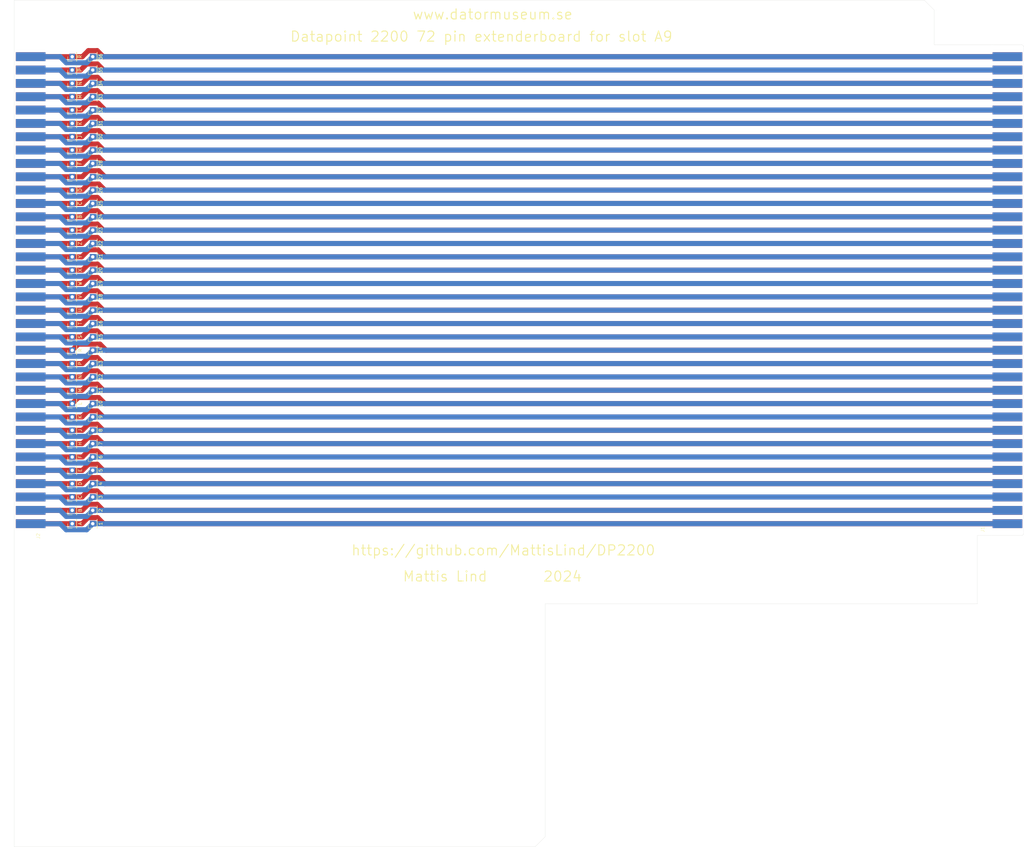
<source format=kicad_pcb>
(kicad_pcb (version 20240108) (generator "pcbnew") (generator_version "8.0")
  (layers (0 "F.Cu" signal) (31 "B.Cu" signal) (34 "B.Paste" user) (35 "F.Paste" user) (36 "B.SilkS" user "B.Silkscreen") (37 "F.SilkS" user "F.Silkscreen") (38 "B.Mask" user) (39 "F.Mask" user) (44 "Edge.Cuts" user))
  (net 0 "")
  (net 1 "/6")
  (net 2 "/U")
  (net 3 "/K")
  (net 4 "/V")
  (net 5 "/27")
  (net 6 "/22")
  (net 7 "/4")
  (net 8 "/34")
  (net 9 "/32")
  (net 10 "/X")
  (net 11 "/P")
  (net 12 "/N")
  (net 13 "/13")
  (net 14 "/F")
  (net 15 "/24")
  (net 16 "/33")
  (net 17 "/26")
  (net 18 "/35")
  (net 19 "/18")
  (net 20 "/L")
  (net 21 "/1")
  (net 22 "/Y")
  (net 23 "/S")
  (net 24 "/16")
  (net 25 "/~{C}")
  (net 26 "/9")
  (net 27 "/3")
  (net 28 "/~{B}")
  (net 29 "/17")
  (net 30 "/29")
  (net 31 "/J")
  (net 32 "/~{N}")
  (net 33 "/B")
  (net 34 "/D")
  (net 35 "/~{F}")
  (net 36 "/10")
  (net 37 "/20")
  (net 38 "/~{E}")
  (net 39 "/30")
  (net 40 "/T")
  (net 41 "/11")
  (net 42 "/~{L}")
  (net 43 "/C")
  (net 44 "/~{J}")
  (net 45 "/23")
  (net 46 "/E")
  (net 47 "/Z")
  (net 48 "/~{A}")
  (net 49 "/2")
  (net 50 "/15")
  (net 51 "/H")
  (net 52 "/12")
  (net 53 "/8")
  (net 54 "/14")
  (net 55 "/~{M}")
  (net 56 "/7")
  (net 57 "/~{H}")
  (net 58 "/~{D}")
  (net 59 "/28")
  (net 60 "/5")
  (net 61 "/M")
  (net 62 "/A")
  (net 63 "/~{R}")
  (net 64 "/~{P}")
  (net 65 "/21")
  (net 66 "/~{K}")
  (net 67 "/36")
  (net 68 "/W")
  (net 69 "/31")
  (net 70 "/R")
  (net 71 "/25")
  (net 72 "/19")
  (footprint "Connector_PinHeader_2.54mm:PinHeader_1x01_P2.54mm_Vertical" (layer "F.Cu") (at 75.82 42.9 90)
    (property "Reference" "J74" (hide yes))
    (property "Value" "36")
  )
  (footprint "Connector_PinHeader_2.54mm:PinHeader_1x01_P2.54mm_Vertical" (layer "F.Cu") (at 75.82 90.42 90)
    (property "Reference" "J54" (hide yes))
    (property "Value" "24")
  )
  (footprint "Connector_PinHeader_2.54mm:PinHeader_1x01_P2.54mm_Vertical" (layer "F.Cu") (at 69.73 42.9 90)
    (property "Reference" "J66" (hide yes))
    (property "Value" "~{R}")
  )
  (footprint "Connector_PinHeader_2.54mm:PinHeader_1x01_P2.54mm_Vertical" (layer "F.Cu") (at 69.73 169.62 90)
    (property "Reference" "J6" (hide yes))
    (property "Value" "D")
  )
  (footprint "Connector_PinHeader_2.54mm:PinHeader_1x01_P2.54mm_Vertical" (layer "F.Cu") (at 75.82 46.86 90)
    (property "Reference" "J73" (hide yes))
    (property "Value" "35")
  )
  (footprint "Connector_PinHeader_2.54mm:PinHeader_1x01_P2.54mm_Vertical" (layer "F.Cu") (at 75.82 114.18 90)
    (property "Reference" "J48" (hide yes))
    (property "Value" "18")
  )
  (footprint "Connector_PinHeader_2.54mm:PinHeader_1x01_P2.54mm_Vertical" (layer "F.Cu") (at 75.82 157.74 90)
    (property "Reference" "J37" (hide yes))
    (property "Value" "7")
  )
  (footprint "CompLibFootprints:Datapoint_2200_72pin_male" (layer "F.Cu") (at 339.56 185.22 90)
    (property "Reference" "J1")
    (property "Value" "~")
    (fp_line (start 145.82 12.13) (end 145.82 3.33) (stroke (width 0.05)) (layer "Edge.Cuts"))
    (fp_line (start 145.82 12.13) (end 145.32 12.63) (stroke (width 0.05)) (layer "Edge.Cuts"))
    (fp_line (start 0.22 12.13) (end 0.22 3.33) (stroke (width 0.05)) (layer "Edge.Cuts"))
    (fp_line (start 145.32 12.63) (end 113.44 12.63) (stroke (width 0.05)) (layer "Edge.Cuts"))
    (fp_line (start 113.44 12.63) (end 111.94 12.63) (stroke (width 0.05)) (layer "Edge.Cuts"))
    (fp_line (start 57.19 12.63) (end 111.94 12.63) (stroke (width 0.05)) (layer "Edge.Cuts"))
    (fp_line (start 57.19 12.63) (end 57.17 12.63) (stroke (width 0.05)) (layer "Edge.Cuts"))
    (fp_line (start 57.17 12.63) (end 2.42 12.63) (stroke (width 0.05)) (layer "Edge.Cuts"))
    (fp_line (start 2.42 12.63) (end 0.72 12.63) (stroke (width 0.05)) (layer "Edge.Cuts"))
    (fp_line (start 0.72 12.63) (end 0.22 12.13) (stroke (width 0.05)) (layer "Edge.Cuts"))
  )
  (footprint "Connector_PinHeader_2.54mm:PinHeader_1x01_P2.54mm_Vertical" (layer "F.Cu") (at 69.73 181.5 90)
    (property "Reference" "J3" (hide yes))
    (property "Value" "A")
  )
  (footprint "CompLibFootprints:Datapoint_2200_72pin_female" (layer "F.Cu") (at 48.54 185.04 90)
    (property "Reference" "J2")
    (property "Value" "~")
  )
  (footprint "Connector_PinHeader_2.54mm:PinHeader_1x01_P2.54mm_Vertical" (layer "F.Cu") (at 69.73 62.7 90)
    (property "Reference" "J60" (hide yes))
    (property "Value" "~{K}")
  )
  (footprint "Connector_PinHeader_2.54mm:PinHeader_1x01_P2.54mm_Vertical" (layer "F.Cu") (at 69.73 82.5 90)
    (property "Reference" "J28" (hide yes))
    (property "Value" "~{D}")
  )
  (footprint "Connector_PinHeader_2.54mm:PinHeader_1x01_P2.54mm_Vertical" (layer "F.Cu") (at 69.73 58.74 90)
    (property "Reference" "J61" (hide yes))
    (property "Value" "~{L}")
  )
  (footprint "Connector_PinHeader_2.54mm:PinHeader_1x01_P2.54mm_Vertical" (layer "F.Cu") (at 75.82 102.3 90)
    (property "Reference" "J51" (hide yes))
    (property "Value" "21")
  )
  (footprint "Connector_PinHeader_2.54mm:PinHeader_1x01_P2.54mm_Vertical" (layer "F.Cu") (at 69.73 86.46 90)
    (property "Reference" "J27" (hide yes))
    (property "Value" "~{C}")
  )
  (footprint "Connector_PinHeader_2.54mm:PinHeader_1x01_P2.54mm_Vertical" (layer "F.Cu") (at 75.82 165.66 90)
    (property "Reference" "J35" (hide yes))
    (property "Value" "5")
  )
  (footprint "Connector_PinHeader_2.54mm:PinHeader_1x01_P2.54mm_Vertical" (layer "F.Cu") (at 69.73 126.06 90)
    (property "Reference" "J17" (hide yes))
    (property "Value" "S")
  )
  (footprint "Connector_PinHeader_2.54mm:PinHeader_1x01_P2.54mm_Vertical" (layer "F.Cu") (at 69.73 66.66 90)
    (property "Reference" "J59" (hide yes))
    (property "Value" "~{J}")
  )
  (footprint "Connector_PinHeader_2.54mm:PinHeader_1x01_P2.54mm_Vertical" (layer "F.Cu") (at 75.82 86.46 90)
    (property "Reference" "J55" (hide yes))
    (property "Value" "25")
  )
  (footprint "Connector_PinHeader_2.54mm:PinHeader_1x01_P2.54mm_Vertical" (layer "F.Cu") (at 69.73 102.3 90)
    (property "Reference" "J23" (hide yes))
    (property "Value" "Y")
  )
  (footprint "Connector_PinHeader_2.54mm:PinHeader_1x01_P2.54mm_Vertical" (layer "F.Cu") (at 69.73 106.26 90)
    (property "Reference" "J22" (hide yes))
    (property "Value" "X")
  )
  (footprint "Connector_PinHeader_2.54mm:PinHeader_1x01_P2.54mm_Vertical" (layer "F.Cu") (at 69.73 165.66 90)
    (property "Reference" "J7" (hide yes))
    (property "Value" "E")
  )
  (footprint "Connector_PinHeader_2.54mm:PinHeader_1x01_P2.54mm_Vertical" (layer "F.Cu") (at 75.82 70.62 90)
    (property "Reference" "J67" (hide yes))
    (property "Value" "29")
  )
  (footprint "Connector_PinHeader_2.54mm:PinHeader_1x01_P2.54mm_Vertical" (layer "F.Cu") (at 69.73 133.98 90)
    (property "Reference" "J15" (hide yes))
    (property "Value" "P")
  )
  (footprint "Connector_PinHeader_2.54mm:PinHeader_1x01_P2.54mm_Vertical" (layer "F.Cu") (at 75.82 145.86 90)
    (property "Reference" "J40" (hide yes))
    (property "Value" "10")
  )
  (footprint "Connector_PinHeader_2.54mm:PinHeader_1x01_P2.54mm_Vertical" (layer "F.Cu") (at 69.73 74.58 90)
    (property "Reference" "J65" (hide yes))
    (property "Value" "~{F}")
  )
  (footprint "Connector_PinHeader_2.54mm:PinHeader_1x01_P2.54mm_Vertical" (layer "F.Cu") (at 69.73 110.22 90)
    (property "Reference" "J21" (hide yes))
    (property "Value" "W")
  )
  (footprint "Connector_PinHeader_2.54mm:PinHeader_1x01_P2.54mm_Vertical" (layer "F.Cu") (at 69.73 149.82 90)
    (property "Reference" "J11" (hide yes))
    (property "Value" "K")
  )
  (footprint "Connector_PinHeader_2.54mm:PinHeader_1x01_P2.54mm_Vertical" (layer "F.Cu") (at 75.82 66.66 90)
    (property "Reference" "J68" (hide yes))
    (property "Value" "30")
  )
  (footprint "Connector_PinHeader_2.54mm:PinHeader_1x01_P2.54mm_Vertical" (layer "F.Cu") (at 69.73 145.86 90)
    (property "Reference" "J12" (hide yes))
    (property "Value" "L")
  )
  (footprint "Connector_PinHeader_2.54mm:PinHeader_1x01_P2.54mm_Vertical" (layer "F.Cu") (at 69.73 78.54 90)
    (property "Reference" "J29" (hide yes))
    (property "Value" "~{E}")
  )
  (footprint "Connector_PinHeader_2.54mm:PinHeader_1x01_P2.54mm_Vertical" (layer "F.Cu") (at 75.82 110.22 90)
    (property "Reference" "J49" (hide yes))
    (property "Value" "19")
  )
  (footprint "Connector_PinHeader_2.54mm:PinHeader_1x01_P2.54mm_Vertical" (layer "F.Cu") (at 75.82 50.82 90)
    (property "Reference" "J72" (hide yes))
    (property "Value" "34")
  )
  (footprint "Connector_PinHeader_2.54mm:PinHeader_1x01_P2.54mm_Vertical" (layer "F.Cu") (at 69.73 118.14 90)
    (property "Reference" "J19" (hide yes))
    (property "Value" "U")
  )
  (footprint "Connector_PinHeader_2.54mm:PinHeader_1x01_P2.54mm_Vertical" (layer "F.Cu") (at 75.82 149.82 90)
    (property "Reference" "J39" (hide yes))
    (property "Value" "9")
  )
  (footprint "Connector_PinHeader_2.54mm:PinHeader_1x01_P2.54mm_Vertical" (layer "F.Cu") (at 69.73 173.58 90)
    (property "Reference" "J5" (hide yes))
    (property "Value" "C")
  )
  (footprint "Connector_PinHeader_2.54mm:PinHeader_1x01_P2.54mm_Vertical" (layer "F.Cu") (at 69.73 98.34 90)
    (property "Reference" "J24" (hide yes))
    (property "Value" "Z")
  )
  (footprint "Connector_PinHeader_2.54mm:PinHeader_1x01_P2.54mm_Vertical" (layer "F.Cu") (at 69.73 161.7 90)
    (property "Reference" "J8" (hide yes))
    (property "Value" "F")
  )
  (footprint "Connector_PinHeader_2.54mm:PinHeader_1x01_P2.54mm_Vertical" (layer "F.Cu") (at 75.82 153.78 90)
    (property "Reference" "J38" (hide yes))
    (property "Value" "8")
  )
  (footprint "Connector_PinHeader_2.54mm:PinHeader_1x01_P2.54mm_Vertical" (layer "F.Cu") (at 69.73 157.74 90)
    (property "Reference" "J9" (hide yes))
    (property "Value" "H")
  )
  (footprint "Connector_PinHeader_2.54mm:PinHeader_1x01_P2.54mm_Vertical" (layer "F.Cu") (at 75.82 62.7 90)
    (property "Reference" "J69" (hide yes))
    (property "Value" "31")
  )
  (footprint "Connector_PinHeader_2.54mm:PinHeader_1x01_P2.54mm_Vertical" (layer "F.Cu") (at 75.82 54.78 90)
    (property "Reference" "J71" (hide yes))
    (property "Value" "33")
  )
  (footprint "Connector_PinHeader_2.54mm:PinHeader_1x01_P2.54mm_Vertical" (layer "F.Cu") (at 75.82 118.14 90)
    (property "Reference" "J47" (hide yes))
    (property "Value" "17")
  )
  (footprint "Connector_PinHeader_2.54mm:PinHeader_1x01_P2.54mm_Vertical" (layer "F.Cu") (at 75.82 173.58 90)
    (property "Reference" "J33" (hide yes))
    (property "Value" "3")
  )
  (footprint "Connector_PinHeader_2.54mm:PinHeader_1x01_P2.54mm_Vertical" (layer "F.Cu") (at 69.73 141.9 90)
    (property "Reference" "J13" (hide yes))
    (property "Value" "M")
  )
  (footprint "Connector_PinHeader_2.54mm:PinHeader_1x01_P2.54mm_Vertical" (layer "F.Cu") (at 69.73 122.1 90)
    (property "Reference" "J18" (hide yes))
    (property "Value" "T")
  )
  (footprint "Connector_PinHeader_2.54mm:PinHeader_1x01_P2.54mm_Vertical" (layer "F.Cu") (at 69.73 130.02 90)
    (property "Reference" "J16" (hide yes))
    (property "Value" "R")
  )
  (footprint "Connector_PinHeader_2.54mm:PinHeader_1x01_P2.54mm_Vertical" (layer "F.Cu") (at 75.82 161.7 90)
    (property "Reference" "J36" (hide yes))
    (property "Value" "6")
  )
  (footprint "Connector_PinHeader_2.54mm:PinHeader_1x01_P2.54mm_Vertical" (layer "F.Cu") (at 75.82 133.98 90)
    (property "Reference" "J43" (hide yes))
    (property "Value" "13")
  )
  (footprint "Connector_PinHeader_2.54mm:PinHeader_1x01_P2.54mm_Vertical" (layer "F.Cu") (at 69.73 153.78 90)
    (property "Reference" "J10" (hide yes))
    (property "Value" "J")
  )
  (footprint "Connector_PinHeader_2.54mm:PinHeader_1x01_P2.54mm_Vertical" (layer "F.Cu") (at 75.82 177.54 90)
    (property "Reference" "J32" (hide yes))
    (property "Value" "2")
  )
  (footprint "Connector_PinHeader_2.54mm:PinHeader_1x01_P2.54mm_Vertical" (layer "F.Cu") (at 75.82 106.26 90)
    (property "Reference" "J50" (hide yes))
    (property "Value" "20")
  )
  (footprint "Connector_PinHeader_2.54mm:PinHeader_1x01_P2.54mm_Vertical" (layer "F.Cu") (at 75.82 98.34 90)
    (property "Reference" "J52" (hide yes))
    (property "Value" "22")
  )
  (footprint "Connector_PinHeader_2.54mm:PinHeader_1x01_P2.54mm_Vertical" (layer "F.Cu") (at 75.82 130.02 90)
    (property "Reference" "J44" (hide yes))
    (property "Value" "14")
  )
  (footprint "Connector_PinHeader_2.54mm:PinHeader_1x01_P2.54mm_Vertical" (layer "F.Cu") (at 69.73 177.54 90)
    (property "Reference" "J4" (hide yes))
    (property "Value" "B")
  )
  (footprint "Connector_PinHeader_2.54mm:PinHeader_1x01_P2.54mm_Vertical" (layer "F.Cu") (at 75.82 82.5 90)
    (property "Reference" "J56" (hide yes))
    (property "Value" "26")
  )
  (footprint "Connector_PinHeader_2.54mm:PinHeader_1x01_P2.54mm_Vertical" (layer "F.Cu") (at 69.73 94.38 90)
    (property "Reference" "J25" (hide yes))
    (property "Value" "~{A}")
  )
  (footprint "Connector_PinHeader_2.54mm:PinHeader_1x01_P2.54mm_Vertical" (layer "F.Cu") (at 69.73 90.42 90)
    (property "Reference" "J26" (hide yes))
    (property "Value" "~{B}")
  )
  (footprint "Connector_PinHeader_2.54mm:PinHeader_1x01_P2.54mm_Vertical" (layer "F.Cu") (at 75.82 94.38 90)
    (property "Reference" "J53" (hide yes))
    (property "Value" "23")
  )
  (footprint "Connector_PinHeader_2.54mm:PinHeader_1x01_P2.54mm_Vertical" (layer "F.Cu") (at 69.73 50.82 90)
    (property "Reference" "J63" (hide yes))
    (property "Value" "~{N}")
  )
  (footprint "Connector_PinHeader_2.54mm:PinHeader_1x01_P2.54mm_Vertical" (layer "F.Cu") (at 75.82 137.94 90)
    (property "Reference" "J42" (hide yes))
    (property "Value" "12")
  )
  (footprint "Connector_PinHeader_2.54mm:PinHeader_1x01_P2.54mm_Vertical" (layer "F.Cu") (at 75.82 74.58 90)
    (property "Reference" "J58" (hide yes))
    (property "Value" "28")
  )
  (footprint "Connector_PinHeader_2.54mm:PinHeader_1x01_P2.54mm_Vertical" (layer "F.Cu") (at 75.82 78.54 90)
    (property "Reference" "J57" (hide yes))
    (property "Value" "27")
  )
  (footprint "Connector_PinHeader_2.54mm:PinHeader_1x01_P2.54mm_Vertical" (layer "F.Cu") (at 75.82 122.1 90)
    (property "Reference" "J46" (hide yes))
    (property "Value" "16")
  )
  (footprint "Connector_PinHeader_2.54mm:PinHeader_1x01_P2.54mm_Vertical" (layer "F.Cu") (at 75.82 58.74 90)
    (property "Reference" "J70" (hide yes))
    (property "Value" "32")
  )
  (footprint "Connector_PinHeader_2.54mm:PinHeader_1x01_P2.54mm_Vertical" (layer "F.Cu") (at 75.82 141.9 90)
    (property "Reference" "J41" (hide yes))
    (property "Value" "11")
  )
  (footprint "Connector_PinHeader_2.54mm:PinHeader_1x01_P2.54mm_Vertical" (layer "F.Cu") (at 69.73 137.94 90)
    (property "Reference" "J14" (hide yes))
    (property "Value" "N")
  )
  (footprint "Connector_PinHeader_2.54mm:PinHeader_1x01_P2.54mm_Vertical" (layer "F.Cu") (at 75.82 169.62 90)
    (property "Reference" "J34" (hide yes))
    (property "Value" "4")
  )
  (footprint "Connector_PinHeader_2.54mm:PinHeader_1x01_P2.54mm_Vertical" (layer "F.Cu") (at 75.82 126.06 90)
    (property "Reference" "J45" (hide yes))
    (property "Value" "15")
  )
  (footprint "Connector_PinHeader_2.54mm:PinHeader_1x01_P2.54mm_Vertical" (layer "F.Cu") (at 69.73 114.18 90)
    (property "Reference" "J20" (hide yes))
    (property "Value" "V")
  )
  (footprint "Connector_PinHeader_2.54mm:PinHeader_1x01_P2.54mm_Vertical" (layer "F.Cu") (at 75.82 181.5 90)
    (property "Reference" "J31" (hide yes))
    (property "Value" "1")
  )
  (footprint "Connector_PinHeader_2.54mm:PinHeader_1x01_P2.54mm_Vertical" (layer "F.Cu") (at 69.73 46.86 90)
    (property "Reference" "J64" (hide yes))
    (property "Value" "~{P}")
  )
  (footprint "Connector_PinHeader_2.54mm:PinHeader_1x01_P2.54mm_Vertical" (layer "F.Cu") (at 69.73 70.62 90)
    (property "Reference" "J30" (hide yes))
    (property "Value" "~{H}")
  )
  (footprint "Connector_PinHeader_2.54mm:PinHeader_1x01_P2.54mm_Vertical" (layer "F.Cu") (at 69.73 54.78 90)
    (property "Reference" "J62" (hide yes))
    (property "Value" "~{M}")
  )
  (gr_line (start 210.09 205.3) (end 210.09 274.4) (stroke (width 0.05)) (layer "Edge.Cuts"))
  (gr_line (start 342.89 185) (end 338.39 185) (stroke (width 0.05)) (layer "Edge.Cuts"))
  (gr_line (start 338.39 205.3) (end 210.09 205.3) (stroke (width 0.05)) (layer "Edge.Cuts"))
  (gr_line (start 210.09 274.4) (end 207.09 277.4) (stroke (width 0.05)) (layer "Edge.Cuts"))
  (gr_line (start 52.5 26.1) (end 52.5 277.4) (stroke (width 0.05)) (layer "Edge.Cuts"))
  (gr_line (start 322.59 26.1) (end 52.5 26.1) (stroke (width 0.05)) (layer "Edge.Cuts"))
  (gr_line (start 342.89 39.4) (end 325.59 39.4) (stroke (width 0.05)) (layer "Edge.Cuts"))
  (gr_line (start 325.59 29.1) (end 325.59 39.4) (stroke (width 0.05)) (layer "Edge.Cuts"))
  (gr_line (start 207.09 277.4) (end 52.5 277.4) (stroke (width 0.05)) (layer "Edge.Cuts"))
  (gr_line (start 325.59 29.1) (end 322.59 26.1) (stroke (width 0.05)) (layer "Edge.Cuts"))
  (gr_line (start 338.39 185) (end 338.39 205.3) (stroke (width 0.05)) (layer "Edge.Cuts"))
  (gr_text "2024" (at 209.35 198.92 0) (layer "F.SilkS") (effects (font (size 3 3) (thickness 0.3)) (justify left bottom)))
  (gr_text "Mattis Lind\n" (at 167.69 198.89 0) (layer "F.SilkS") (effects (font (size 3 3) (thickness 0.3)) (justify left bottom)))
  (gr_text "www.datormuseum.se" (at 170.6 32.08 0) (layer "F.SilkS") (effects (font (size 3 3) (thickness 0.3)) (justify left bottom)))
  (gr_text "Datapoint 2200 72 pin extenderboard for slot A9\n" (at 134.25 38.67 0) (layer "F.SilkS") (effects (font (size 3 3) (thickness 0.3)) (justify left bottom)))
  (gr_text "https://github.com/MattisLind/DP2200" (at 152.4 191.15 0) (layer "F.SilkS") (effects (font (size 3 3) (thickness 0.3)) (justify left bottom)))
  (segment (start 74.02 163.5) (end 75.82 161.7) (width 1.5) (layer "B.Cu") (net 1))
  (segment (start 347.29 161.7) (end 75.82 161.7) (width 1.5) (layer "B.Cu") (net 1))
  (segment (start 67.93 163.5) (end 74.02 163.5) (width 1.5) (layer "B.Cu") (net 1))
  (segment (start 66.13 161.7) (end 67.93 163.5) (width 1.5) (layer "B.Cu") (net 1))
  (segment (start 57.4 161.7) (end 66.13 161.7) (width 1.5) (layer "B.Cu") (net 1))
  (segment (start 347.29 118.14) (end 78.97 118.14) (width 1.5) (layer "F.Cu") (net 2))
  (segment (start 69.73 118.14) (end 57.4 118.14) (width 1.5) (layer "F.Cu") (net 2))
  (segment (start 74.51 116.34) (end 72.71 118.14) (width 1.5) (layer "F.Cu") (net 2))
  (segment (start 78.97 118.14) (end 77.17 116.34) (width 1.5) (layer "F.Cu") (net 2))
  (segment (start 72.71 118.14) (end 69.73 118.14) (width 1.5) (layer "F.Cu") (net 2))
  (segment (start 77.17 116.34) (end 74.51 116.34) (width 1.5) (layer "F.Cu") (net 2))
  (segment (start 74.43 148.02) (end 72.63 149.82) (width 1.5) (layer "F.Cu") (net 3))
  (segment (start 77.12 148.02) (end 74.43 148.02) (width 1.5) (layer "F.Cu") (net 3))
  (segment (start 69.73 149.82) (end 57.4 149.82) (width 1.5) (layer "F.Cu") (net 3))
  (segment (start 78.92 149.82) (end 77.12 148.02) (width 1.5) (layer "F.Cu") (net 3))
  (segment (start 347.29 149.82) (end 78.92 149.82) (width 1.5) (layer "F.Cu") (net 3))
  (segment (start 72.63 149.82) (end 69.73 149.82) (width 1.5) (layer "F.Cu") (net 3))
  (segment (start 347.29 114.18) (end 78.93 114.18) (width 1.5) (layer "F.Cu") (net 4))
  (segment (start 72.63 114.18) (end 69.73 114.18) (width 1.5) (layer "F.Cu") (net 4))
  (segment (start 77.13 112.38) (end 74.43 112.38) (width 1.5) (layer "F.Cu") (net 4))
  (segment (start 69.73 114.18) (end 57.4 114.18) (width 1.5) (layer "F.Cu") (net 4))
  (segment (start 78.93 114.18) (end 77.13 112.38) (width 1.5) (layer "F.Cu") (net 4))
  (segment (start 74.43 112.38) (end 72.63 114.18) (width 1.5) (layer "F.Cu") (net 4))
  (segment (start 57.4 78.54) (end 66.13 78.54) (width 1.5) (layer "B.Cu") (net 5))
  (segment (start 347.29 78.54) (end 75.82 78.54) (width 1.5) (layer "B.Cu") (net 5))
  (segment (start 74.02 80.34) (end 75.82 78.54) (width 1.5) (layer "B.Cu") (net 5))
  (segment (start 66.13 78.54) (end 67.93 80.34) (width 1.5) (layer "B.Cu") (net 5))
  (segment (start 67.93 80.34) (end 74.02 80.34) (width 1.5) (layer "B.Cu") (net 5))
  (segment (start 74.02 100.14) (end 75.82 98.34) (width 1.5) (layer "B.Cu") (net 6))
  (segment (start 57.4 98.34) (end 66.13 98.34) (width 1.5) (layer "B.Cu") (net 6))
  (segment (start 75.82 98.34) (end 347.29 98.34) (width 1.5) (layer "B.Cu") (net 6))
  (segment (start 66.13 98.34) (end 67.93 100.14) (width 1.5) (layer "B.Cu") (net 6))
  (segment (start 67.93 100.14) (end 74.02 100.14) (width 1.5) (layer "B.Cu") (net 6))
  (segment (start 66.13 169.62) (end 67.93 171.42) (width 1.5) (layer "B.Cu") (net 7))
  (segment (start 74.02 171.42) (end 75.82 169.62) (width 1.5) (layer "B.Cu") (net 7))
  (segment (start 67.93 171.42) (end 74.02 171.42) (width 1.5) (layer "B.Cu") (net 7))
  (segment (start 57.4 169.62) (end 66.13 169.62) (width 1.5) (layer "B.Cu") (net 7))
  (segment (start 347.29 169.62) (end 75.82 169.62) (width 1.5) (layer "B.Cu") (net 7))
  (segment (start 75.82 50.82) (end 347.29 50.82) (width 1.5) (layer "B.Cu") (net 8))
  (segment (start 67.93 52.62) (end 74.02 52.62) (width 1.5) (layer "B.Cu") (net 8))
  (segment (start 74.02 52.62) (end 75.82 50.82) (width 1.5) (layer "B.Cu") (net 8))
  (segment (start 66.13 50.82) (end 67.93 52.62) (width 1.5) (layer "B.Cu") (net 8))
  (segment (start 57.4 50.82) (end 66.13 50.82) (width 1.5) (layer "B.Cu") (net 8))
  (segment (start 74.02 60.54) (end 75.82 58.74) (width 1.5) (layer "B.Cu") (net 9))
  (segment (start 75.82 58.74) (end 347.29 58.74) (width 1.5) (layer "B.Cu") (net 9))
  (segment (start 57.4 58.74) (end 66.13 58.74) (width 1.5) (layer "B.Cu") (net 9))
  (segment (start 67.93 60.54) (end 74.02 60.54) (width 1.5) (layer "B.Cu") (net 9))
  (segment (start 66.13 58.74) (end 67.93 60.54) (width 1.5) (layer "B.Cu") (net 9))
  (segment (start 74.55 104.46) (end 72.75 106.26) (width 1.5) (layer "F.Cu") (net 10))
  (segment (start 347.29 106.26) (end 79.03 106.26) (width 1.5) (layer "F.Cu") (net 10))
  (segment (start 77.23 104.46) (end 74.55 104.46) (width 1.5) (layer "F.Cu") (net 10))
  (segment (start 79.03 106.26) (end 77.23 104.46) (width 1.5) (layer "F.Cu") (net 10))
  (segment (start 69.73 106.26) (end 57.4 106.26) (width 1.5) (layer "F.Cu") (net 10))
  (segment (start 72.75 106.26) (end 69.73 106.26) (width 1.5) (layer "F.Cu") (net 10))
  (segment (start 347.29 133.98) (end 78.92 133.98) (width 1.5) (layer "F.Cu") (net 11))
  (segment (start 78.92 133.98) (end 77.12 132.18) (width 1.5) (layer "F.Cu") (net 11))
  (segment (start 69.73 133.98) (end 57.4 133.98) (width 1.5) (layer "F.Cu") (net 11))
  (segment (start 74.56 132.18) (end 72.76 133.98) (width 1.5) (layer "F.Cu") (net 11))
  (segment (start 72.76 133.98) (end 69.73 133.98) (width 1.5) (layer "F.Cu") (net 11))
  (segment (start 77.12 132.18) (end 74.56 132.18) (width 1.5) (layer "F.Cu") (net 11))
  (segment (start 72.7 137.94) (end 69.73 137.94) (width 1.5) (layer "F.Cu") (net 12))
  (segment (start 78.97 137.94) (end 77.17 136.14) (width 1.5) (layer "F.Cu") (net 12))
  (segment (start 77.17 136.14) (end 74.5 136.14) (width 1.5) (layer "F.Cu") (net 12))
  (segment (start 74.5 136.14) (end 72.7 137.94) (width 1.5) (layer "F.Cu") (net 12))
  (segment (start 69.73 137.94) (end 57.4 137.94) (width 1.5) (layer "F.Cu") (net 12))
  (segment (start 347.29 137.94) (end 78.97 137.94) (width 1.5) (layer "F.Cu") (net 12))
  (segment (start 57.4 133.98) (end 66.13 133.98) (width 1.5) (layer "B.Cu") (net 13))
  (segment (start 74.02 135.78) (end 75.82 133.98) (width 1.5) (layer "B.Cu") (net 13))
  (segment (start 75.82 133.98) (end 347.29 133.98) (width 1.5) (layer "B.Cu") (net 13))
  (segment (start 67.93 135.78) (end 74.02 135.78) (width 1.5) (layer "B.Cu") (net 13))
  (segment (start 66.13 133.98) (end 67.93 135.78) (width 1.5) (layer "B.Cu") (net 13))
  (segment (start 74.55 159.9) (end 72.75 161.7) (width 1.5) (layer "F.Cu") (net 14))
  (segment (start 347.29 161.7) (end 78.87 161.7) (width 1.5) (layer "F.Cu") (net 14))
  (segment (start 77.07 159.9) (end 74.55 159.9) (width 1.5) (layer "F.Cu") (net 14))
  (segment (start 69.73 161.7) (end 57.4 161.7) (width 1.5) (layer "F.Cu") (net 14))
  (segment (start 72.75 161.7) (end 69.73 161.7) (width 1.5) (layer "F.Cu") (net 14))
  (segment (start 78.87 161.7) (end 77.07 159.9) (width 1.5) (layer "F.Cu") (net 14))
  (segment (start 75.82 90.42) (end 347.29 90.42) (width 1.5) (layer "B.Cu") (net 15))
  (segment (start 67.93 92.22) (end 74.02 92.22) (width 1.5) (layer "B.Cu") (net 15))
  (segment (start 57.4 90.42) (end 66.13 90.42) (width 1.5) (layer "B.Cu") (net 15))
  (segment (start 66.13 90.42) (end 67.93 92.22) (width 1.5) (layer "B.Cu") (net 15))
  (segment (start 74.02 92.22) (end 75.82 90.42) (width 1.5) (layer "B.Cu") (net 15))
  (segment (start 66.13 54.78) (end 67.93 56.58) (width 1.5) (layer "B.Cu") (net 16))
  (segment (start 347.29 54.78) (end 75.82 54.78) (width 1.5) (layer "B.Cu") (net 16))
  (segment (start 57.4 54.78) (end 66.13 54.78) (width 1.5) (layer "B.Cu") (net 16))
  (segment (start 74.02 56.58) (end 75.82 54.78) (width 1.5) (layer "B.Cu") (net 16))
  (segment (start 67.93 56.58) (end 74.02 56.58) (width 1.5) (layer "B.Cu") (net 16))
  (segment (start 74.02 84.3) (end 75.82 82.5) (width 1.5) (layer "B.Cu") (net 17))
  (segment (start 57.4 82.5) (end 66.13 82.5) (width 1.5) (layer "B.Cu") (net 17))
  (segment (start 75.82 82.5) (end 347.29 82.5) (width 1.5) (layer "B.Cu") (net 17))
  (segment (start 67.93 84.3) (end 74.02 84.3) (width 1.5) (layer "B.Cu") (net 17))
  (segment (start 66.13 82.5) (end 67.93 84.3) (width 1.5) (layer "B.Cu") (net 17))
  (segment (start 74.02 48.66) (end 75.82 46.86) (width 1.5) (layer "B.Cu") (net 18))
  (segment (start 67.93 48.66) (end 74.02 48.66) (width 1.5) (layer "B.Cu") (net 18))
  (segment (start 347.29 46.86) (end 75.82 46.86) (width 1.5) (layer "B.Cu") (net 18))
  (segment (start 57.4 46.86) (end 66.13 46.86) (width 1.5) (layer "B.Cu") (net 18))
  (segment (start 66.13 46.86) (end 67.93 48.66) (width 1.5) (layer "B.Cu") (net 18))
  (segment (start 67.93 115.98) (end 74.02 115.98) (width 1.5) (layer "B.Cu") (net 19))
  (segment (start 57.4 114.18) (end 66.13 114.18) (width 1.5) (layer "B.Cu") (net 19))
  (segment (start 347.29 114.18) (end 75.82 114.18) (width 1.5) (layer "B.Cu") (net 19))
  (segment (start 66.13 114.18) (end 67.93 115.98) (width 1.5) (layer "B.Cu") (net 19))
  (segment (start 74.02 115.98) (end 75.82 114.18) (width 1.5) (layer "B.Cu") (net 19))
  (segment (start 69.73 145.86) (end 57.4 145.86) (width 1.5) (layer "F.Cu") (net 20))
  (segment (start 347.29 145.86) (end 79.42 145.86) (width 1.5) (layer "F.Cu") (net 20))
  (segment (start 71.53 144.06) (end 69.73 145.86) (width 1.5) (layer "F.Cu") (net 20))
  (segment (start 79.42 145.86) (end 77.62 144.06) (width 1.5) (layer "F.Cu") (net 20))
  (segment (start 77.62 144.06) (end 71.53 144.06) (width 1.5) (layer "F.Cu") (net 20))
  (segment (start 66.15 181.52) (end 67.93 183.3) (width 1.5) (layer "B.Cu") (net 21))
  (segment (start 57.4 181.5) (end 57.42 181.52) (width 1.5) (layer "B.Cu") (net 21))
  (segment (start 75.82 181.5) (end 347.29 181.5) (width 1.5) (layer "B.Cu") (net 21))
  (segment (start 57.42 181.52) (end 66.15 181.52) (width 1.5) (layer "B.Cu") (net 21))
  (segment (start 74.02 183.3) (end 75.82 181.5) (width 1.5) (layer "B.Cu") (net 21))
  (segment (start 67.93 183.3) (end 74.02 183.3) (width 1.5) (layer "B.Cu") (net 21))
  (segment (start 69.73 102.3) (end 57.4 102.3) (width 1.5) (layer "F.Cu") (net 22))
  (segment (start 72.56 102.3) (end 69.73 102.3) (width 1.5) (layer "F.Cu") (net 22))
  (segment (start 347.29 102.3) (end 79.42 102.3) (width 1.5) (layer "F.Cu") (net 22))
  (segment (start 74.65 100.21) (end 72.56 102.3) (width 1.5) (layer "F.Cu") (net 22))
  (segment (start 79.42 102.3) (end 77.33 100.21) (width 1.5) (layer "F.Cu") (net 22))
  (segment (start 77.33 100.21) (end 74.65 100.21) (width 1.5) (layer "F.Cu") (net 22))
  (segment (start 74.44 124.26) (end 72.64 126.06) (width 1.5) (layer "F.Cu") (net 23))
  (segment (start 77.11 124.26) (end 74.44 124.26) (width 1.5) (layer "F.Cu") (net 23))
  (segment (start 78.91 126.06) (end 77.11 124.26) (width 1.5) (layer "F.Cu") (net 23))
  (segment (start 69.73 126.06) (end 57.4 126.06) (width 1.5) (layer "F.Cu") (net 23))
  (segment (start 72.64 126.06) (end 69.73 126.06) (width 1.5) (layer "F.Cu") (net 23))
  (segment (start 347.29 126.06) (end 78.91 126.06) (width 1.5) (layer "F.Cu") (net 23))
  (segment (start 66.13 122.1) (end 67.93 123.9) (width 1.5) (layer "B.Cu") (net 24))
  (segment (start 67.93 123.9) (end 74.02 123.9) (width 1.5) (layer "B.Cu") (net 24))
  (segment (start 57.4 122.1) (end 66.13 122.1) (width 1.5) (layer "B.Cu") (net 24))
  (segment (start 74.02 123.9) (end 75.82 122.1) (width 1.5) (layer "B.Cu") (net 24))
  (segment (start 347.29 122.1) (end 75.82 122.1) (width 1.5) (layer "B.Cu") (net 24))
  (segment (start 78.98 86.46) (end 77.18 84.66) (width 1.5) (layer "F.Cu") (net 25))
  (segment (start 72.73 86.46) (end 69.73 86.46) (width 1.5) (layer "F.Cu") (net 25))
  (segment (start 77.18 84.66) (end 74.53 84.66) (width 1.5) (layer "F.Cu") (net 25))
  (segment (start 74.53 84.66) (end 72.73 86.46) (width 1.5) (layer "F.Cu") (net 25))
  (segment (start 347.29 86.46) (end 78.98 86.46) (width 1.5) (layer "F.Cu") (net 25))
  (segment (start 57.4 86.46) (end 69.73 86.46) (width 1.5) (layer "F.Cu") (net 25))
  (segment (start 67.93 151.62) (end 74.02 151.62) (width 1.5) (layer "B.Cu") (net 26))
  (segment (start 75.82 149.82) (end 347.29 149.82) (width 1.5) (layer "B.Cu") (net 26))
  (segment (start 74.02 151.62) (end 75.82 149.82) (width 1.5) (layer "B.Cu") (net 26))
  (segment (start 57.4 149.82) (end 66.13 149.82) (width 1.5) (layer "B.Cu") (net 26))
  (segment (start 66.13 149.82) (end 67.93 151.62) (width 1.5) (layer "B.Cu") (net 26))
  (segment (start 74.02 175.38) (end 75.82 173.58) (width 1.5) (layer "B.Cu") (net 27))
  (segment (start 66.13 173.58) (end 67.93 175.38) (width 1.5) (layer "B.Cu") (net 27))
  (segment (start 57.4 173.58) (end 66.13 173.58) (width 1.5) (layer "B.Cu") (net 27))
  (segment (start 75.82 173.58) (end 347.29 173.58) (width 1.5) (layer "B.Cu") (net 27))
  (segment (start 67.93 175.38) (end 74.02 175.38) (width 1.5) (layer "B.Cu") (net 27))
  (segment (start 74.56 88.62) (end 72.76 90.42) (width 1.5) (layer "F.Cu") (net 28))
  (segment (start 78.97 90.42) (end 77.17 88.62) (width 1.5) (layer "F.Cu") (net 28))
  (segment (start 347.29 90.42) (end 78.97 90.42) (width 1.5) (layer "F.Cu") (net 28))
  (segment (start 72.76 90.42) (end 69.73 90.42) (width 1.5) (layer "F.Cu") (net 28))
  (segment (start 77.17 88.62) (end 74.56 88.62) (width 1.5) (layer "F.Cu") (net 28))
  (segment (start 57.4 90.42) (end 69.73 90.42) (width 1.5) (layer "F.Cu") (net 28))
  (segment (start 67.93 119.94) (end 74.02 119.94) (width 1.5) (layer "B.Cu") (net 29))
  (segment (start 74.02 119.94) (end 75.82 118.14) (width 1.5) (layer "B.Cu") (net 29))
  (segment (start 57.4 118.14) (end 66.13 118.14) (width 1.5) (layer "B.Cu") (net 29))
  (segment (start 75.82 118.14) (end 347.29 118.14) (width 1.5) (layer "B.Cu") (net 29))
  (segment (start 66.13 118.14) (end 67.93 119.94) (width 1.5) (layer "B.Cu") (net 29))
  (segment (start 66.13 70.62) (end 67.93 72.42) (width 1.5) (layer "B.Cu") (net 30))
  (segment (start 74.02 72.42) (end 75.82 70.62) (width 1.5) (layer "B.Cu") (net 30))
  (segment (start 347.29 70.62) (end 75.82 70.62) (width 1.5) (layer "B.Cu") (net 30))
  (segment (start 67.93 72.42) (end 74.02 72.42) (width 1.5) (layer "B.Cu") (net 30))
  (segment (start 57.4 70.62) (end 66.13 70.62) (width 1.5) (layer "B.Cu") (net 30))
  (segment (start 72.73 153.78) (end 69.73 153.78) (width 1.5) (layer "F.Cu") (net 31))
  (segment (start 77.12 151.98) (end 74.53 151.98) (width 1.5) (layer "F.Cu") (net 31))
  (segment (start 347.29 153.78) (end 78.94 153.78) (width 1.5) (layer "F.Cu") (net 31))
  (segment (start 74.53 151.98) (end 72.73 153.78) (width 1.5) (layer "F.Cu") (net 31))
  (segment (start 69.73 153.78) (end 57.4 153.78) (width 1.5) (layer "F.Cu") (net 31))
  (segment (start 78.94 153.78) (end 78.93 153.79) (width 1.5) (layer "F.Cu") (net 31))
  (segment (start 78.93 153.79) (end 77.12 151.98) (width 1.5) (layer "F.Cu") (net 31))
  (segment (start 69.73 50.82) (end 57.4 50.82) (width 1.5) (layer "F.Cu") (net 32))
  (segment (start 347.29 50.82) (end 79.04 50.82) (width 1.5) (layer "F.Cu") (net 32))
  (segment (start 79.04 50.82) (end 77.24 49.02) (width 1.5) (layer "F.Cu") (net 32))
  (segment (start 77.24 49.02) (end 74.52 49.02) (width 1.5) (layer "F.Cu") (net 32))
  (segment (start 72.72 50.82) (end 69.73 50.82) (width 1.5) (layer "F.Cu") (net 32))
  (segment (start 74.52 49.02) (end 72.72 50.82) (width 1.5) (layer "F.Cu") (net 32))
  (segment (start 78.93 177.54) (end 77.13 175.74) (width 1.5) (layer "F.Cu") (net 33))
  (segment (start 74.49 175.74) (end 72.69 177.54) (width 1.5) (layer "F.Cu") (net 33))
  (segment (start 69.73 177.54) (end 57.4 177.54) (width 1.5) (layer "F.Cu") (net 33))
  (segment (start 72.69 177.54) (end 69.73 177.54) (width 1.5) (layer "F.Cu") (net 33))
  (segment (start 347.29 177.54) (end 78.93 177.54) (width 1.5) (layer "F.Cu") (net 33))
  (segment (start 77.13 175.74) (end 74.49 175.74) (width 1.5) (layer "F.Cu") (net 33))
  (segment (start 347.29 169.62) (end 79.42 169.62) (width 1.5) (layer "F.Cu") (net 34))
  (segment (start 72.72 169.62) (end 69.73 169.62) (width 1.5) (layer "F.Cu") (net 34))
  (segment (start 77.62 167.82) (end 74.52 167.82) (width 1.5) (layer "F.Cu") (net 34))
  (segment (start 69.73 169.62) (end 57.4 169.62) (width 1.5) (layer "F.Cu") (net 34))
  (segment (start 74.52 167.82) (end 72.72 169.62) (width 1.5) (layer "F.Cu") (net 34))
  (segment (start 79.42 169.62) (end 77.62 167.82) (width 1.5) (layer "F.Cu") (net 34))
  (segment (start 74.5 72.78) (end 72.7 74.58) (width 1.5) (layer "F.Cu") (net 35))
  (segment (start 79.42 74.58) (end 77.62 72.78) (width 1.5) (layer "F.Cu") (net 35))
  (segment (start 69.73 74.58) (end 57.4 74.58) (width 1.5) (layer "F.Cu") (net 35))
  (segment (start 72.7 74.58) (end 69.73 74.58) (width 1.5) (layer "F.Cu") (net 35))
  (segment (start 77.62 72.78) (end 74.5 72.78) (width 1.5) (layer "F.Cu") (net 35))
  (segment (start 347.29 74.58) (end 79.42 74.58) (width 1.5) (layer "F.Cu") (net 35))
  (segment (start 57.4 145.86) (end 66.13 145.86) (width 1.5) (layer "B.Cu") (net 36))
  (segment (start 347.29 145.86) (end 75.82 145.86) (width 1.5) (layer "B.Cu") (net 36))
  (segment (start 66.13 145.86) (end 67.93 147.66) (width 1.5) (layer "B.Cu") (net 36))
  (segment (start 74.02 147.66) (end 75.82 145.86) (width 1.5) (layer "B.Cu") (net 36))
  (segment (start 67.93 147.66) (end 74.02 147.66) (width 1.5) (layer "B.Cu") (net 36))
  (segment (start 57.4 106.26) (end 66.13 106.26) (width 1.5) (layer "B.Cu") (net 37))
  (segment (start 74.02 108.06) (end 75.82 106.26) (width 1.5) (layer "B.Cu") (net 37))
  (segment (start 75.82 106.26) (end 347.29 106.26) (width 1.5) (layer "B.Cu") (net 37))
  (segment (start 66.13 106.26) (end 67.93 108.06) (width 1.5) (layer "B.Cu") (net 37))
  (segment (start 67.93 108.06) (end 74.02 108.06) (width 1.5) (layer "B.Cu") (net 37))
  (segment (start 57.4 78.54) (end 69.73 78.54) (width 1.5) (layer "F.Cu") (net 38))
  (segment (start 79.42 78.54) (end 77.62 76.74) (width 1.5) (layer "F.Cu") (net 38))
  (segment (start 74.48 76.74) (end 72.68 78.54) (width 1.5) (layer "F.Cu") (net 38))
  (segment (start 77.62 76.74) (end 74.48 76.74) (width 1.5) (layer "F.Cu") (net 38))
  (segment (start 347.29 78.54) (end 79.42 78.54) (width 1.5) (layer "F.Cu") (net 38))
  (segment (start 72.68 78.54) (end 69.73 78.54) (width 1.5) (layer "F.Cu") (net 38))
  (segment (start 66.13 66.66) (end 67.93 68.46) (width 1.5) (layer "B.Cu") (net 39))
  (segment (start 75.82 66.66) (end 347.29 66.66) (width 1.5) (layer "B.Cu") (net 39))
  (segment (start 67.93 68.46) (end 74.02 68.46) (width 1.5) (layer "B.Cu") (net 39))
  (segment (start 74.02 68.46) (end 75.82 66.66) (width 1.5) (layer "B.Cu") (net 39))
  (segment (start 57.4 66.66) (end 66.13 66.66) (width 1.5) (layer "B.Cu") (net 39))
  (segment (start 77.17 120.3) (end 74.41 120.3) (width 1.5) (layer "F.Cu") (net 40))
  (segment (start 74.41 120.3) (end 72.61 122.1) (width 1.5) (layer "F.Cu") (net 40))
  (segment (start 347.29 122.1) (end 78.97 122.1) (width 1.5) (layer "F.Cu") (net 40))
  (segment (start 69.73 122.1) (end 57.4 122.1) (width 1.5) (layer "F.Cu") (net 40))
  (segment (start 72.61 122.1) (end 69.73 122.1) (width 1.5) (layer "F.Cu") (net 40))
  (segment (start 78.97 122.1) (end 77.17 120.3) (width 1.5) (layer "F.Cu") (net 40))
  (segment (start 66.13 141.9) (end 67.93 143.7) (width 1.5) (layer "B.Cu") (net 41))
  (segment (start 75.82 141.9) (end 347.29 141.9) (width 1.5) (layer "B.Cu") (net 41))
  (segment (start 67.93 143.7) (end 74.02 143.7) (width 1.5) (layer "B.Cu") (net 41))
  (segment (start 74.02 143.7) (end 75.82 141.9) (width 1.5) (layer "B.Cu") (net 41))
  (segment (start 57.4 141.9) (end 66.13 141.9) (width 1.5) (layer "B.Cu") (net 41))
  (segment (start 72.36 58.74) (end 69.73 58.74) (width 1.5) (layer "F.Cu") (net 42))
  (segment (start 77.43 56.68) (end 74.42 56.68) (width 1.5) (layer "F.Cu") (net 42))
  (segment (start 79.49 58.74) (end 77.43 56.68) (width 1.5) (layer "F.Cu") (net 42))
  (segment (start 69.73 58.74) (end 57.4 58.74) (width 1.5) (layer "F.Cu") (net 42))
  (segment (start 347.29 58.74) (end 79.49 58.74) (width 1.5) (layer "F.Cu") (net 42))
  (segment (start 74.42 56.68) (end 72.36 58.74) (width 1.5) (layer "F.Cu") (net 42))
  (segment (start 78.89 173.58) (end 77.07 171.76) (width 1.5) (layer "F.Cu") (net 43))
  (segment (start 347.29 173.58) (end 78.89 173.58) (width 1.5) (layer "F.Cu") (net 43))
  (segment (start 72.65 173.58) (end 69.73 173.58) (width 1.5) (layer "F.Cu") (net 43))
  (segment (start 69.73 173.58) (end 57.4 173.58) (width 1.5) (layer "F.Cu") (net 43))
  (segment (start 74.47 171.76) (end 72.65 173.58) (width 1.5) (layer "F.Cu") (net 43))
  (segment (start 77.07 171.76) (end 74.47 171.76) (width 1.5) (layer "F.Cu") (net 43))
  (segment (start 77.62 64.86) (end 74.42 64.86) (width 1.5) (layer "F.Cu") (net 44))
  (segment (start 69.73 66.66) (end 57.4 66.66) (width 1.5) (layer "F.Cu") (net 44))
  (segment (start 79.42 66.66) (end 77.62 64.86) (width 1.5) (layer "F.Cu") (net 44))
  (segment (start 347.29 66.66) (end 79.42 66.66) (width 1.5) (layer "F.Cu") (net 44))
  (segment (start 72.62 66.66) (end 69.73 66.66) (width 1.5) (layer "F.Cu") (net 44))
  (segment (start 74.42 64.86) (end 72.62 66.66) (width 1.5) (layer "F.Cu") (net 44))
  (segment (start 74.02 96.18) (end 75.82 94.38) (width 1.5) (layer "B.Cu") (net 45))
  (segment (start 66.13 94.38) (end 67.93 96.18) (width 1.5) (layer "B.Cu") (net 45))
  (segment (start 57.4 94.38) (end 66.13 94.38) (width 1.5) (layer "B.Cu") (net 45))
  (segment (start 67.93 96.18) (end 74.02 96.18) (width 1.5) (layer "B.Cu") (net 45))
  (segment (start 347.29 94.38) (end 75.82 94.38) (width 1.5) (layer "B.Cu") (net 45))
  (segment (start 78.95 165.66) (end 77.15 163.86) (width 1.5) (layer "F.Cu") (net 46))
  (segment (start 74.54 163.86) (end 72.71 165.69) (width 1.5) (layer "F.Cu") (net 46))
  (segment (start 72.71 165.69) (end 69.76 165.69) (width 1.5) (layer "F.Cu") (net 46))
  (segment (start 69.73 165.66) (end 57.4 165.66) (width 1.5) (layer "F.Cu") (net 46))
  (segment (start 77.15 163.86) (end 74.54 163.86) (width 1.5) (layer "F.Cu") (net 46))
  (segment (start 347.29 165.66) (end 78.95 165.66) (width 1.5) (layer "F.Cu") (net 46))
  (segment (start 69.76 165.69) (end 69.73 165.66) (width 1.5) (layer "F.Cu") (net 46))
  (segment (start 347.29 98.34) (end 79 98.34) (width 1.5) (layer "F.Cu") (net 47))
  (segment (start 72.66 98.34) (end 69.73 98.34) (width 1.5) (layer "F.Cu") (net 47))
  (segment (start 77.2 96.54) (end 74.46 96.54) (width 1.5) (layer "F.Cu") (net 47))
  (segment (start 79 98.34) (end 77.2 96.54) (width 1.5) (layer "F.Cu") (net 47))
  (segment (start 74.46 96.54) (end 72.66 98.34) (width 1.5) (layer "F.Cu") (net 47))
  (segment (start 69.73 98.34) (end 57.4 98.34) (width 1.5) (layer "F.Cu") (net 47))
  (segment (start 347.29 94.38) (end 78.97 94.38) (width 1.5) (layer "F.Cu") (net 48))
  (segment (start 77.17 92.58) (end 74.53 92.58) (width 1.5) (layer "F.Cu") (net 48))
  (segment (start 72.73 94.38) (end 69.73 94.38) (width 1.5) (layer "F.Cu") (net 48))
  (segment (start 57.4 94.38) (end 69.73 94.38) (width 1.5) (layer "F.Cu") (net 48))
  (segment (start 78.97 94.38) (end 77.17 92.58) (width 1.5) (layer "F.Cu") (net 48))
  (segment (start 74.53 92.58) (end 72.73 94.38) (width 1.5) (layer "F.Cu") (net 48))
  (segment (start 57.4 177.54) (end 66.13 177.54) (width 1.5) (layer "B.Cu") (net 49))
  (segment (start 66.13 177.54) (end 67.93 179.34) (width 1.5) (layer "B.Cu") (net 49))
  (segment (start 74.02 179.34) (end 75.82 177.54) (width 1.5) (layer "B.Cu") (net 49))
  (segment (start 347.29 177.54) (end 75.82 177.54) (width 1.5) (layer "B.Cu") (net 49))
  (segment (start 67.93 179.34) (end 74.02 179.34) (width 1.5) (layer "B.Cu") (net 49))
  (segment (start 57.4 126.06) (end 66.13 126.06) (width 1.5) (layer "B.Cu") (net 50))
  (segment (start 67.93 127.86) (end 74.02 127.86) (width 1.5) (layer "B.Cu") (net 50))
  (segment (start 66.13 126.06) (end 67.93 127.86) (width 1.5) (layer "B.Cu") (net 50))
  (segment (start 75.82 126.06) (end 347.29 126.06) (width 1.5) (layer "B.Cu") (net 50))
  (segment (start 74.02 127.86) (end 75.82 126.06) (width 1.5) (layer "B.Cu") (net 50))
  (segment (start 347.29 157.74) (end 78.87 157.74) (width 1.5) (layer "F.Cu") (net 51))
  (segment (start 74.47 155.94) (end 72.67 157.74) (width 1.5) (layer "F.Cu") (net 51))
  (segment (start 69.73 157.74) (end 57.4 157.74) (width 1.5) (layer "F.Cu") (net 51))
  (segment (start 77.07 155.94) (end 74.47 155.94) (width 1.5) (layer "F.Cu") (net 51))
  (segment (start 78.87 157.74) (end 77.07 155.94) (width 1.5) (layer "F.Cu") (net 51))
  (segment (start 72.67 157.74) (end 69.73 157.74) (width 1.5) (layer "F.Cu") (net 51))
  (segment (start 57.4 137.94) (end 66.13 137.94) (width 1.5) (layer "B.Cu") (net 52))
  (segment (start 347.29 137.94) (end 75.82 137.94) (width 1.5) (layer "B.Cu") (net 52))
  (segment (start 67.93 139.74) (end 74.02 139.74) (width 1.5) (layer "B.Cu") (net 52))
  (segment (start 66.13 137.94) (end 67.93 139.74) (width 1.5) (layer "B.Cu") (net 52))
  (segment (start 74.02 139.74) (end 75.82 137.94) (width 1.5) (layer "B.Cu") (net 52))
  (segment (start 347.29 153.78) (end 75.82 153.78) (width 1.5) (layer "B.Cu") (net 53))
  (segment (start 74.02 155.58) (end 75.82 153.78) (width 1.5) (layer "B.Cu") (net 53))
  (segment (start 66.13 153.78) (end 67.93 155.58) (width 1.5) (layer "B.Cu") (net 53))
  (segment (start 57.4 153.78) (end 66.13 153.78) (width 1.5) (layer "B.Cu") (net 53))
  (segment (start 67.93 155.58) (end 74.02 155.58) (width 1.5) (layer "B.Cu") (net 53))
  (segment (start 74.02 131.82) (end 75.82 130.02) (width 1.5) (layer "B.Cu") (net 54))
  (segment (start 347.29 130.02) (end 75.82 130.02) (width 1.5) (layer "B.Cu") (net 54))
  (segment (start 66.13 130.02) (end 67.93 131.82) (width 1.5) (layer "B.Cu") (net 54))
  (segment (start 67.93 131.82) (end 74.02 131.82) (width 1.5) (layer "B.Cu") (net 54))
  (segment (start 57.4 130.02) (end 66.13 130.02) (width 1.5) (layer "B.Cu") (net 54))
  (segment (start 57.4 54.78) (end 69.73 54.78) (width 1.5) (layer "F.Cu") (net 55))
  (segment (start 78.99 54.78) (end 77.19 52.98) (width 1.5) (layer "F.Cu") (net 55))
  (segment (start 74.32 52.98) (end 72.52 54.78) (width 1.5) (layer "F.Cu") (net 55))
  (segment (start 347.29 54.78) (end 78.99 54.78) (width 1.5) (layer "F.Cu") (net 55))
  (segment (start 77.19 52.98) (end 74.32 52.98) (width 1.5) (layer "F.Cu") (net 55))
  (segment (start 72.52 54.78) (end 69.73 54.78) (width 1.5) (layer "F.Cu") (net 55))
  (segment (start 74.02 159.54) (end 75.82 157.74) (width 1.5) (layer "B.Cu") (net 56))
  (segment (start 66.13 157.74) (end 67.93 159.54) (width 1.5) (layer "B.Cu") (net 56))
  (segment (start 75.82 157.74) (end 347.29 157.74) (width 1.5) (layer "B.Cu") (net 56))
  (segment (start 67.93 159.54) (end 74.02 159.54) (width 1.5) (layer "B.Cu") (net 56))
  (segment (start 57.4 157.74) (end 66.13 157.74) (width 1.5) (layer "B.Cu") (net 56))
  (segment (start 72.73 70.62) (end 69.73 70.62) (width 1.5) (layer "F.Cu") (net 57))
  (segment (start 77.24 68.82) (end 74.53 68.82) (width 1.5) (layer "F.Cu") (net 57))
  (segment (start 347.29 70.62) (end 79.04 70.62) (width 1.5) (layer "F.Cu") (net 57))
  (segment (start 79.04 70.62) (end 77.24 68.82) (width 1.5) (layer "F.Cu") (net 57))
  (segment (start 74.53 68.82) (end 72.73 70.62) (width 1.5) (layer "F.Cu") (net 57))
  (segment (start 69.73 70.62) (end 57.4 70.62) (width 1.5) (layer "F.Cu") (net 57))
  (segment (start 79.42 82.5) (end 77.62 80.7) (width 1.5) (layer "F.Cu") (net 58))
  (segment (start 57.4 82.5) (end 69.73 82.5) (width 1.5) (layer "F.Cu") (net 58))
  (segment (start 74.48 80.7) (end 72.68 82.5) (width 1.5) (layer "F.Cu") (net 58))
  (segment (start 72.68 82.5) (end 69.73 82.5) (width 1.5) (layer "F.Cu") (net 58))
  (segment (start 347.29 82.5) (end 79.42 82.5) (width 1.5) (layer "F.Cu") (net 58))
  (segment (start 77.62 80.7) (end 74.48 80.7) (width 1.5) (layer "F.Cu") (net 58))
  (segment (start 57.4 74.58) (end 66.13 74.58) (width 1.5) (layer "B.Cu") (net 59))
  (segment (start 66.13 74.58) (end 67.93 76.38) (width 1.5) (layer "B.Cu") (net 59))
  (segment (start 75.82 74.58) (end 347.29 74.58) (width 1.5) (layer "B.Cu") (net 59))
  (segment (start 67.93 76.38) (end 74.02 76.38) (width 1.5) (layer "B.Cu") (net 59))
  (segment (start 74.02 76.38) (end 75.82 74.58) (width 1.5) (layer "B.Cu") (net 59))
  (segment (start 74.02 167.46) (end 75.82 165.66) (width 1.5) (layer "B.Cu") (net 60))
  (segment (start 67.93 167.46) (end 74.02 167.46) (width 1.5) (layer "B.Cu") (net 60))
  (segment (start 66.13 165.66) (end 67.93 167.46) (width 1.5) (layer "B.Cu") (net 60))
  (segment (start 57.4 165.66) (end 66.13 165.66) (width 1.5) (layer "B.Cu") (net 60))
  (segment (start 75.82 165.66) (end 347.29 165.66) (width 1.5) (layer "B.Cu") (net 60))
  (segment (start 72.61 141.9) (end 69.73 141.9) (width 1.5) (layer "F.Cu") (net 61))
  (segment (start 77.16 140.1) (end 74.41 140.1) (width 1.5) (layer "F.Cu") (net 61))
  (segment (start 69.73 141.9) (end 57.4 141.9) (width 1.5) (layer "F.Cu") (net 61))
  (segment (start 74.41 140.1) (end 72.61 141.9) (width 1.5) (layer "F.Cu") (net 61))
  (segment (start 78.96 141.9) (end 77.16 140.1) (width 1.5) (layer "F.Cu") (net 61))
  (segment (start 347.29 141.9) (end 78.96 141.9) (width 1.5) (layer "F.Cu") (net 61))
  (segment (start 69.73 181.5) (end 57.4 181.5) (width 1.5) (layer "F.Cu") (net 62))
  (segment (start 72.63 181.5) (end 69.73 181.5) (width 1.5) (layer "F.Cu") (net 62))
  (segment (start 79.04 181.5) (end 77.24 179.7) (width 1.5) (layer "F.Cu") (net 62))
  (segment (start 77.24 179.7) (end 74.43 179.7) (width 1.5) (layer "F.Cu") (net 62))
  (segment (start 74.43 179.7) (end 72.63 181.5) (width 1.5) (layer "F.Cu") (net 62))
  (segment (start 347.29 181.5) (end 79.04 181.5) (width 1.5) (layer "F.Cu") (net 62))
  (segment (start 347.29 42.9) (end 78.93 42.9) (width 1.5) (layer "F.Cu") (net 63))
  (segment (start 74.53 41.1) (end 72.73 42.9) (width 1.5) (layer "F.Cu") (net 63))
  (segment (start 78.93 42.9) (end 77.13 41.1) (width 1.5) (layer "F.Cu") (net 63))
  (segment (start 72.73 42.9) (end 69.73 42.9) (width 1.5) (layer "F.Cu") (net 63))
  (segment (start 57.4 42.9) (end 69.73 42.9) (width 1.5) (layer "F.Cu") (net 63))
  (segment (start 77.13 41.1) (end 74.53 41.1) (width 1.5) (layer "F.Cu") (net 63))
  (segment (start 69.73 46.86) (end 72.22 46.86) (width 1.5) (layer "F.Cu") (net 64))
  (segment (start 79 46.86) (end 347.29 46.86) (width 1.5) (layer "F.Cu") (net 64))
  (segment (start 74.03 45.05) (end 77.19 45.05) (width 1.5) (layer "F.Cu") (net 64))
  (segment (start 57.4 46.86) (end 69.73 46.86) (width 1.5) (layer "F.Cu") (net 64))
  (segment (start 77.19 45.05) (end 79 46.86) (width 1.5) (layer "F.Cu") (net 64))
  (segment (start 72.22 46.86) (end 74.03 45.05) (width 1.5) (layer "F.Cu") (net 64))
  (segment (start 67.93 104.1) (end 74.02 104.1) (width 1.5) (layer "B.Cu") (net 65))
  (segment (start 57.4 102.3) (end 66.13 102.3) (width 1.5) (layer "B.Cu") (net 65))
  (segment (start 66.13 102.3) (end 67.93 104.1) (width 1.5) (layer "B.Cu") (net 65))
  (segment (start 74.02 104.1) (end 75.82 102.3) (width 1.5) (layer "B.Cu") (net 65))
  (segment (start 347.29 102.3) (end 75.82 102.3) (width 1.5) (layer "B.Cu") (net 65))
  (segment (start 74.54 60.9) (end 72.74 62.7) (width 1.5) (layer "F.Cu") (net 66))
  (segment (start 77.25 60.9) (end 74.54 60.9) (width 1.5) (layer "F.Cu") (net 66))
  (segment (start 72.74 62.7) (end 69.73 62.7) (width 1.5) (layer "F.Cu") (net 66))
  (segment (start 69.73 62.7) (end 57.4 62.7) (width 1.5) (layer "F.Cu") (net 66))
  (segment (start 347.29 62.7) (end 79.05 62.7) (width 1.5) (layer "F.Cu") (net 66))
  (segment (start 79.05 62.7) (end 77.25 60.9) (width 1.5) (layer "F.Cu") (net 66))
  (segment (start 74.02 44.7) (end 75.82 42.9) (width 1.5) (layer "B.Cu") (net 67))
  (segment (start 57.4 42.9) (end 66.13 42.9) (width 1.5) (layer "B.Cu") (net 67))
  (segment (start 66.13 42.9) (end 67.93 44.7) (width 1.5) (layer "B.Cu") (net 67))
  (segment (start 75.82 42.9) (end 347.29 42.9) (width 1.5) (layer "B.Cu") (net 67))
  (segment (start 67.93 44.7) (end 74.02 44.7) (width 1.5) (layer "B.Cu") (net 67))
  (segment (start 79 110.22) (end 77.2 108.42) (width 1.5) (layer "F.Cu") (net 68))
  (segment (start 74.48 108.42) (end 72.68 110.22) (width 1.5) (layer "F.Cu") (net 68))
  (segment (start 72.68 110.22) (end 69.73 110.22) (width 1.5) (layer "F.Cu") (net 68))
  (segment (start 69.73 110.22) (end 57.4 110.22) (width 1.5) (layer "F.Cu") (net 68))
  (segment (start 77.2 108.42) (end 74.48 108.42) (width 1.5) (layer "F.Cu") (net 68))
  (segment (start 347.29 110.22) (end 79 110.22) (width 1.5) (layer "F.Cu") (net 68))
  (segment (start 347.29 62.7) (end 75.82 62.7) (width 1.5) (layer "B.Cu") (net 69))
  (segment (start 67.93 64.5) (end 74.02 64.5) (width 1.5) (layer "B.Cu") (net 69))
  (segment (start 57.4 62.7) (end 66.13 62.7) (width 1.5) (layer "B.Cu") (net 69))
  (segment (start 66.13 62.7) (end 67.93 64.5) (width 1.5) (layer "B.Cu") (net 69))
  (segment (start 74.02 64.5) (end 75.82 62.7) (width 1.5) (layer "B.Cu") (net 69))
  (segment (start 71.53 128.22) (end 69.73 130.02) (width 1.5) (layer "F.Cu") (net 70))
  (segment (start 77.98 128.22) (end 71.53 128.22) (width 1.5) (layer "F.Cu") (net 70))
  (segment (start 69.73 130.02) (end 57.4 130.02) (width 1.5) (layer "F.Cu") (net 70))
  (segment (start 347.29 130.02) (end 79.78 130.02) (width 1.5) (layer "F.Cu") (net 70))
  (segment (start 79.78 130.02) (end 77.98 128.22) (width 1.5) (layer "F.Cu") (net 70))
  (segment (start 74.02 88.26) (end 75.82 86.46) (width 1.5) (layer "B.Cu") (net 71))
  (segment (start 57.4 86.46) (end 66.13 86.46) (width 1.5) (layer "B.Cu") (net 71))
  (segment (start 67.93 88.26) (end 74.02 88.26) (width 1.5) (layer "B.Cu") (net 71))
  (segment (start 347.29 86.46) (end 75.82 86.46) (width 1.5) (layer "B.Cu") (net 71))
  (segment (start 66.13 86.46) (end 67.93 88.26) (width 1.5) (layer "B.Cu") (net 71))
  (segment (start 347.29 110.22) (end 75.82 110.22) (width 1.5) (layer "B.Cu") (net 72))
  (segment (start 67.93 112.02) (end 74.02 112.02) (width 1.5) (layer "B.Cu") (net 72))
  (segment (start 57.4 110.22) (end 66.13 110.22) (width 1.5) (layer "B.Cu") (net 72))
  (segment (start 74.02 112.02) (end 75.82 110.22) (width 1.5) (layer "B.Cu") (net 72))
  (segment (start 66.13 110.22) (end 67.93 112.02) (width 1.5) (layer "B.Cu") (net 72))
)
</source>
